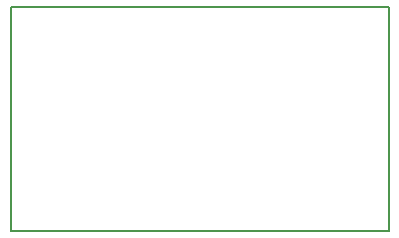
<source format=gbr>
%TF.GenerationSoftware,KiCad,Pcbnew,8.0.8*%
%TF.CreationDate,2025-04-18T18:27:36-04:00*%
%TF.ProjectId,VEML7700-TR,56454d4c-3737-4303-902d-54522e6b6963,rev?*%
%TF.SameCoordinates,Original*%
%TF.FileFunction,Profile,NP*%
%FSLAX46Y46*%
G04 Gerber Fmt 4.6, Leading zero omitted, Abs format (unit mm)*
G04 Created by KiCad (PCBNEW 8.0.8) date 2025-04-18 18:27:36*
%MOMM*%
%LPD*%
G01*
G04 APERTURE LIST*
%TA.AperFunction,Profile*%
%ADD10C,0.200000*%
%TD*%
G04 APERTURE END LIST*
D10*
X126000000Y-113000000D02*
X158000000Y-113000000D01*
X158000000Y-132000000D01*
X126000000Y-132000000D01*
X126000000Y-113000000D01*
M02*

</source>
